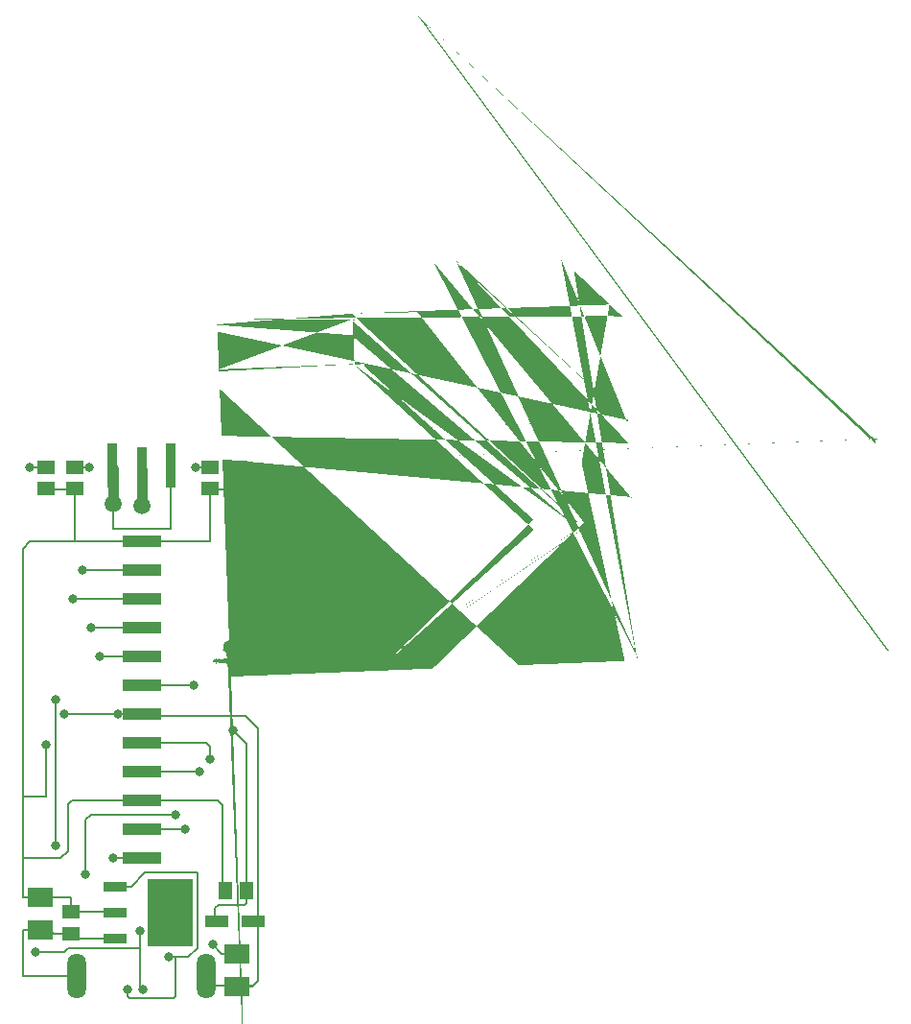
<source format=gbr>
G04 DipTrace 3.3.1.1*
G04 bottom.gbr*
%MOMM*%
G04 #@! TF.FileFunction,Copper,L2,Bot*
G04 #@! TF.Part,Single*
%AMOUTLINE0*
4,1,4,
1.0,-3.0,
1.0,3.0,
-3.0,3.0,
-3.0,-3.0,
1.0,-3.0,
0*%
%AMOUTLINE3*
4,1,204,
-0.0452,3.2014,
-0.1616,3.1817,
-0.2696,3.1412,
-0.3669,3.0823,
-0.4514,3.007,
-0.5209,2.9175,
-0.5732,2.8159,
-0.6062,2.7045,
-0.6177,2.5854,
-0.6122,2.5025,
-0.596,2.4229,
-0.57,2.3475,
-0.5348,2.2768,
-0.44,2.1527,
-0.3172,2.0561,
-0.3172,1.8901,
-0.3068,1.8217,
-0.2839,1.7842,
-0.2609,1.7684,
-0.2505,1.7652,
-0.2505,1.6066,
-0.9386,1.5748,
-0.9386,1.6171,
-0.9958,1.674,
-1.0525,1.6171,
-1.0525,1.5694,
-1.1892,1.5625,
-1.1892,1.6171,
-1.2464,1.674,
-1.3033,1.6171,
-1.3033,1.5566,
-1.4713,1.5459,
-1.5277,1.5196,
-1.5512,1.4728,
-1.5553,1.4281,
-1.5537,1.4082,
-1.4919,1.2935,
-1.3033,1.2844,
-1.3033,1.2298,
-1.2464,1.1729,
-1.1892,1.2298,
-1.1892,1.2797,
-1.0525,1.2741,
-1.0525,1.2298,
-0.9958,1.1729,
-0.9386,1.2298,
-0.9386,1.2696,
-0.2505,1.1707,
-0.2505,-1.9684,
-0.2622,-2.0145,
-0.2957,-2.0678,
-0.3499,-2.1216,
-0.4236,-2.1691,
-0.5156,-2.2035,
-0.6247,-2.218,
-0.7498,-2.2058,
-0.8896,-2.1602,
-1.1864,-2.0088,
-1.4573,-1.8401,
-1.653,-1.6937,
-1.7246,-1.6094,
-1.626,-1.5734,
-1.5275,-1.5305,
-1.5247,-1.4955,
-1.5471,-1.4713,
-1.6196,-1.4383,
-1.7673,-1.3771,
-1.9687,-1.2628,
-2.1648,-1.1085,
-2.3241,-0.9511,
-2.415,-0.8277,
-2.4368,-0.7914,
-2.4559,-0.7745,
-2.4721,-0.7738,
-2.4849,-0.7859,
-2.499,-0.8358,
-2.4956,-0.8984,
-2.4773,-1.0414,
-2.4308,-1.3118,
-2.3886,-1.4771,
-2.3294,-1.6529,
-2.25,-1.8322,
-2.1469,-2.0079,
-2.1062,-2.05,
-2.067,-2.0677,
-2.0344,-2.0602,
-2.0132,-2.0267,
-1.9934,-1.9862,
-1.9637,-1.9624,
-1.9274,-1.9621,
-1.7614,-2.0865,
-1.5045,-2.2466,
-1.1815,-2.4286,
-0.8569,-2.5889,
-0.5778,-2.7315,
-0.3579,-2.8743,
-0.203,-2.9983,
-0.1191,-3.0843,
-0.0839,-3.1358,
-0.0604,-3.1722,
-0.0365,-3.194,
0.0001,-3.2014,
0.0365,-3.194,
0.0603,-3.1722,
0.0839,-3.1358,
0.1192,-3.0843,
0.203,-2.9983,
0.3578,-2.8743,
0.5778,-2.7315,
0.8571,-2.5889,
1.1816,-2.4286,
1.5046,-2.2466,
1.7615,-2.0865,
1.9274,-1.9621,
1.9636,-1.9624,
1.9934,-1.9862,
2.0133,-2.0267,
2.0345,-2.0602,
2.0672,-2.0677,
2.1064,-2.05,
2.147,-2.0079,
2.2499,-1.8322,
2.3293,-1.6529,
2.3884,-1.4771,
2.4306,-1.3118,
2.4773,-1.0414,
2.4957,-0.8984,
2.499,-0.8358,
2.4848,-0.7859,
2.472,-0.7738,
2.4558,-0.7745,
2.4366,-0.7914,
2.4148,-0.8277,
2.3239,-0.9511,
2.1647,-1.1085,
1.9687,-1.2628,
1.7674,-1.3771,
1.6197,-1.4383,
1.5472,-1.4713,
1.5247,-1.4955,
1.5274,-1.5305,
1.626,-1.5734,
1.7245,-1.6094,
1.653,-1.6937,
1.4573,-1.8401,
1.1864,-2.0088,
0.8895,-2.1602,
0.7497,-2.2058,
0.6247,-2.218,
0.5156,-2.2035,
0.4236,-2.1691,
0.3499,-2.1216,
0.2957,-2.0678,
0.2622,-2.0145,
0.2506,-1.9684,
0.2506,1.169,
0.9751,1.2711,
0.9751,1.2298,
1.0322,1.1729,
1.0889,1.2298,
1.0889,1.2756,
1.2257,1.2811,
1.2257,1.2298,
1.2826,1.1729,
1.3397,1.2298,
1.3397,1.2859,
1.4915,1.2935,
1.5382,1.353,
1.5535,1.4082,
1.5552,1.4281,
1.551,1.4728,
1.5276,1.5196,
1.4712,1.5459,
1.3397,1.5545,
1.3397,1.6171,
1.2826,1.674,
1.2257,1.6171,
1.2257,1.5606,
1.0889,1.5675,
1.0889,1.6171,
1.0322,1.674,
0.9751,1.6171,
0.9751,1.5731,
0.2506,1.6066,
0.2506,1.7652,
0.261,1.7684,
0.2839,1.7842,
0.3069,1.8217,
0.3173,1.8901,
0.3173,2.0562,
0.4399,2.1528,
0.5348,2.2769,
0.5699,2.3475,
0.5959,2.4229,
0.6121,2.5025,
0.6176,2.5854,
0.6061,2.7045,
0.5731,2.8159,
0.5208,2.9175,
0.4513,3.007,
0.3668,3.0823,
0.2695,3.1412,
0.1614,3.1817,
0.0449,3.2014,
-0.0452,3.2014,
0*%
G04 #@! TA.AperFunction,Conductor*
%ADD13C,0.2*%
%ADD14C,0.9*%
%ADD16R,2.25X1.8*%
%ADD17R,1.5X1.3*%
G04 #@! TA.AperFunction,ComponentPad*
%ADD19C,1.5*%
%ADD20R,1.3X1.5*%
%ADD22R,2.15X0.95*%
%ADD24R,3.45X1.0*%
%ADD27R,0.9X4.0*%
G04 #@! TA.AperFunction,ComponentPad*
%ADD32O,1.65X4.0*%
%ADD33R,2.0X1.0*%
G04 #@! TA.AperFunction,ViaPad*
%ADD34C,0.8*%
%ADD75OUTLINE0*%
%ADD78OUTLINE3*%
%FSLAX35Y35*%
G04*
G71*
G90*
G75*
G01*
G04 Bottom*
%LPD*%
X2694303Y1287170D2*
D13*
X2712453D1*
Y1197883D1*
X3109370D1*
X3157000Y1245513D1*
X3105150Y1193663D1*
X2966480D1*
X3157000Y1245513D2*
Y1771477D1*
Y3468247D1*
X3045863Y3579383D1*
X2125017D1*
Y3595260D1*
X1918620D1*
X1442320D1*
X2125017Y3595420D2*
Y3595260D1*
X1870017Y5786207D2*
Y5766047D1*
D14*
X1870990D1*
Y5452830D1*
D13*
Y5230557D1*
X2380017D1*
Y5786207D1*
X1505827Y1658307D2*
X1351420D1*
X1317520Y1692207D1*
X1235017D1*
X1894977Y1614417D2*
X1505827D1*
Y1658307D1*
X1235017Y1692207D2*
X1077157D1*
Y1287170D1*
X1554303D1*
X3108827Y1771477D2*
X3157000D1*
X2601317Y5770363D2*
Y5777553D1*
X2608507Y5770363D1*
X2680700D1*
Y5754487D1*
X2728330Y5802117D1*
Y5772993D1*
X1874487Y2325130D2*
X2125017D1*
X2363167Y1451910D2*
X2426673D1*
X2537810D1*
X2617193Y1531293D1*
Y2198113D1*
X2156770D1*
X2033073Y2074417D1*
X1894977D1*
X2966480Y1483663D2*
X2834470D1*
X2755523Y1562610D1*
Y1562970D1*
X2426673Y1451910D2*
Y1107080D1*
X2406340Y1086747D1*
X2015490D1*
X1998003Y1104233D1*
Y1166130D1*
X2982357Y5772993D2*
X3011480D1*
X3014110Y5770363D1*
X3125247D1*
X1283553Y5582993D2*
Y5579843D1*
X1537580D1*
Y5119420D1*
X2125017D1*
X1894977Y1844417D2*
Y1848307D1*
X1505827D1*
X2125017Y5119420D2*
X2728330D1*
Y5579843D1*
X2982357D1*
Y5582993D1*
X1537580Y5579843D2*
Y5582993D1*
X2728330Y5579843D2*
Y5582993D1*
X1283553Y3325357D2*
Y2864933D1*
X1077157D1*
Y5055913D1*
X1140663Y5119420D1*
X1537580D1*
X1235017Y1982207D2*
X1077157D1*
Y2324950D1*
Y2864933D1*
X1505827Y1848307D2*
Y1982207D1*
X1235017D1*
X1077157Y2324950D2*
X1410390D1*
X1474073Y2388633D1*
Y2797333D1*
X1509973Y2833233D1*
X2125017D1*
X2800120D1*
X2839467Y2793887D1*
Y2040747D1*
X2861560D1*
X1664593Y5770363D2*
X1601087D1*
Y5802117D1*
X1537580D1*
Y5772993D1*
X1140663Y5770363D2*
X1283553D1*
Y5772993D1*
X1632840Y2182237D2*
Y2661343D1*
X1677663Y2706167D1*
X2426673D1*
X1362937Y3722273D2*
Y2436263D1*
X2125017Y5754487D2*
D14*
Y5436953D1*
X2585440Y3849287D2*
D13*
X2125017D1*
Y3849420D1*
X3051560Y2040747D2*
Y3330753D1*
X2929777Y3452537D1*
X3051560Y2040747D2*
Y1929123D1*
X3035307Y1912870D1*
X2805190D1*
X2774843Y1882527D1*
Y1787927D1*
X2791293Y1771477D1*
X2125017Y3341233D2*
X2695897D1*
X2728330Y3308800D1*
Y3198343D1*
X2140893Y1166130D2*
X2109310Y1197713D1*
Y1531293D1*
Y1682173D1*
Y1531293D2*
X1474073D1*
X1442320Y1499540D1*
X1188293D1*
X2125017Y3087233D2*
X2633070D1*
X2506057Y2579153D2*
Y2579233D1*
X2125017D1*
Y4865420D2*
X1601087D1*
Y4865393D1*
X2125017Y4611420D2*
X1521703D1*
Y4611367D1*
X2125017Y4357420D2*
X1680470D1*
Y4357340D1*
X1759853Y4103313D2*
X1823360D1*
X1823467Y4103420D1*
X2125017D1*
D34*
X1918620Y3595260D3*
X1874487Y2325130D3*
X2929777Y3452537D3*
X2728330Y3198343D3*
X1188293Y1499540D3*
X2633070Y3087233D3*
X2506057Y2579153D3*
X1442320Y3595260D3*
X2601317Y5770363D3*
X2755523Y1562970D3*
X1998003Y1166130D3*
X2363167Y1451910D3*
X3125247Y5770363D3*
X1283553Y3325357D3*
X1664593Y5770363D3*
X1140663D3*
X2426673Y2706167D3*
X1632840Y2182237D3*
X1362937Y2436263D3*
Y3722273D3*
X2585440Y3849287D3*
X2109310Y1682173D3*
X2140893Y1166130D3*
X1601087Y4865393D3*
X1521703Y4611367D3*
X1680470Y4357340D3*
X1759853Y4103313D3*
D16*
X2966480Y1483663D3*
Y1193663D3*
X1235017Y1982207D3*
Y1692207D3*
D17*
X1505827Y1658307D3*
Y1848307D3*
X2982357Y5772993D3*
Y5582993D3*
X2728330Y5772993D3*
Y5582993D3*
X1537580Y5772993D3*
Y5582993D3*
X1283553Y5772993D3*
Y5582993D3*
D19*
X2125017Y5436953D3*
X1870990Y5452830D3*
D20*
X2861560Y2040747D3*
X3051560D3*
D22*
X1894977Y1614417D3*
Y1844417D3*
Y2074417D3*
D75*
X2474977Y1844417D3*
D24*
X2125017Y5119420D3*
Y3341233D3*
Y2579233D3*
Y2325130D3*
Y3087233D3*
Y2833233D3*
Y4865420D3*
Y4103420D3*
Y3849420D3*
Y3595420D3*
Y4611420D3*
Y4357420D3*
D27*
Y5754487D3*
X2380017Y5786207D3*
X1870017D3*
D78*
X2918850Y3928670D3*
D32*
X1554303Y1287171D3*
X2694303D3*
D33*
X3108827Y1771477D3*
X2791293D3*
M02*

</source>
